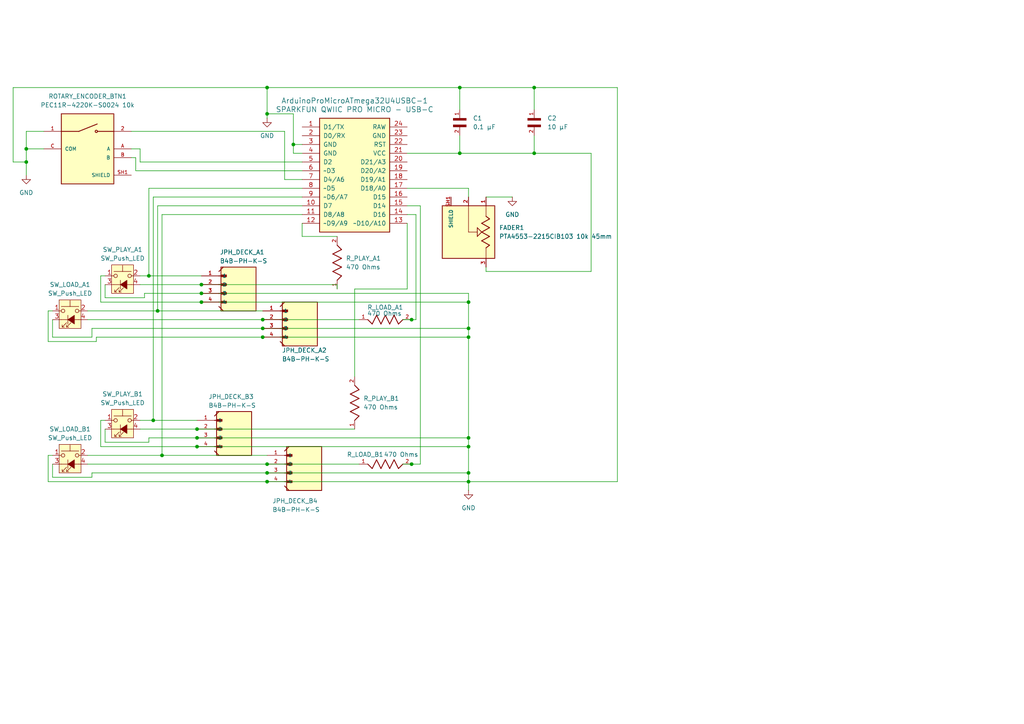
<source format=kicad_sch>
(kicad_sch (version 20250114) (generator "eeschema") (generator_version "9.0")
  (paper "A4")
  (lib_symbols
    (symbol "Arduino:Sparkfun_Pro_Micro" (pin_names (offset 1.016))
      (property "Reference" "U" (at -8.89 21.59 0))
      (property "Value" "Sparkfun_Pro_Micro" (at 0 19.05 0))
      (symbol "Sparkfun_Pro_Micro_0_1"
        (rectangle (start -10.16 17.78) (end 10.16 -15.24) (stroke (width 0.254)) (fill (type background)))
      )
      (symbol "Sparkfun_Pro_Micro_1_1"
        (pin bidirectional line (at -15.24 15.24 0) (length 5.08) (name "D1/TX") (number "1"))
        (pin bidirectional line (at -15.24 12.7 0) (length 5.08) (name "D0/RX") (number "2"))
        (pin power_in line (at -15.24 10.16 0) (length 5.08) (name "GND") (number "3"))
        (pin power_in line (at -15.24 7.62 0) (length 5.08) (name "GND") (number "4"))
        (pin bidirectional line (at -15.24 5.08 0) (length 5.08) (name "D2") (number "5"))
        (pin bidirectional line (at -15.24 2.54 0) (length 5.08) (name "~D3") (number "6"))
        (pin bidirectional line (at -15.24 0 0) (length 5.08) (name "D4/A6") (number "7"))
        (pin bidirectional line (at -15.24 -2.54 0) (length 5.08) (name "~D5") (number "8"))
        (pin bidirectional line (at -15.24 -5.08 0) (length 5.08) (name "~D6/A7") (number "9"))
        (pin bidirectional line (at -15.24 -7.62 0) (length 5.08) (name "D7") (number "10"))
        (pin bidirectional line (at -15.24 -10.16 0) (length 5.08) (name "D8/A8") (number "11"))
        (pin bidirectional line (at -15.24 -12.7 0) (length 5.08) (name "~D9/A9") (number "12"))
        (pin power_in line (at 15.24 15.24 180) (length 5.08) (name "RAW") (number "24"))
        (pin power_in line (at 15.24 12.7 180) (length 5.08) (name "GND") (number "23"))
        (pin input line (at 15.24 10.16 180) (length 5.08) (name "RST") (number "22"))
        (pin power_in line (at 15.24 7.62 180) (length 5.08) (name "VCC") (number "21"))
        (pin bidirectional line (at 15.24 5.08 180) (length 5.08) (name "D21/A3") (number "20"))
        (pin bidirectional line (at 15.24 2.54 180) (length 5.08) (name "D20/A2") (number "19"))
        (pin bidirectional line (at 15.24 0 180) (length 5.08) (name "D19/A1") (number "18"))
        (pin bidirectional line (at 15.24 -2.54 180) (length 5.08) (name "D18/A0") (number "17"))
        (pin bidirectional line (at 15.24 -5.08 180) (length 5.08) (name "D15") (number "16"))
        (pin bidirectional line (at 15.24 -7.62 180) (length 5.08) (name "D14") (number "15"))
        (pin bidirectional line (at 15.24 -10.16 180) (length 5.08) (name "D16") (number "14"))
        (pin bidirectional line (at 15.24 -12.7 180) (length 5.08) (name "~D10/A10") (number "13"))
      )
    )
    (symbol "FADETUBE_LIBRARY:B4B-PH-K-S" (pin_names (offset 1.016))
      (property "Reference" "J" (at -5.58 7.62 0))
      (property "Value" "B4B-PH-K-S" (at -5.08 -7.62 0))
      (symbol "B4B-PH-K-S_0_0"
        (polyline (pts (xy -5.08 6.35) (xy -3.81 7.62)) (stroke (width 0.254)))
        (polyline (pts (xy -5.08 5.08) (xy -3.175 5.08)) (stroke (width 0.254)))
        (polyline (pts (xy -5.08 2.54) (xy -3.175 2.54)) (stroke (width 0.254)))
        (polyline (pts (xy -5.08 0) (xy -3.175 0)) (stroke (width 0.254)))
        (polyline (pts (xy -5.08 -2.54) (xy -3.175 -2.54)) (stroke (width 0.254)))
        (polyline (pts (xy -5.08 -3.81) (xy -3.81 -5.08)) (stroke (width 0.254)))
        (rectangle (start -4.4847 -5.08) (end 5.6753 7.62) (stroke (width 0.254)) (fill (type background)))
        (rectangle (start -4.445 4.7625) (end -2.8575 5.3975) (stroke (width 0.1)) (fill (type outline)))
        (rectangle (start -4.445 2.2225) (end -2.8575 2.8575) (stroke (width 0.1)) (fill (type outline)))
        (rectangle (start -4.445 -0.3175) (end -2.8575 0.3175) (stroke (width 0.1)) (fill (type outline)))
        (rectangle (start -4.445 -2.8575) (end -2.8575 -2.2225) (stroke (width 0.1)) (fill (type outline)))
        (pin passive line (at -10.16 5.08 0) (length 5.08) (name "1") (number "1"))
        (pin passive line (at -10.16 2.54 0) (length 5.08) (name "2") (number "2"))
        (pin passive line (at -10.16 0 0) (length 5.08) (name "3") (number "3"))
        (pin passive line (at -10.16 -2.54 0) (length 5.08) (name "4") (number "4"))
      )
    )
    (symbol "FADETUBE_LIBRARY:C0603C104K4RACTU" (pin_names (offset 1.016))
      (property "Reference" "C" (at 0 3.81 0))
      (property "Value" "C0603C104K4RACTU" (at 0 -5.08 0))
      (symbol "C0603C104K4RACTU_0_0"
        (rectangle (start 0 -1.905) (end 0.635 1.905) (stroke (width 0.1)) (fill (type outline)))
        (rectangle (start 1.905 1.905) (end 2.54 -1.905) (stroke (width 0.1)) (fill (type outline)))
        (pin passive line (at -2.54 0 0) (length 2.54) (name "~") (number "2"))
        (pin passive line (at 5.08 0 180) (length 2.54) (name "~") (number "1"))
      )
    )
    (symbol "FADETUBE_LIBRARY:C0805C106K8PACTU" (pin_names (offset 1.016))
      (property "Reference" "C" (at 0 3.81 0))
      (property "Value" "C0805C106K8PACTU" (at 0 -5.08 0))
      (symbol "C0805C106K8PACTU_0_0"
        (rectangle (start 0 -1.905) (end 0.635 1.905) (stroke (width 0.1)) (fill (type outline)))
        (rectangle (start 1.905 -1.905) (end 2.54 1.905) (stroke (width 0.1)) (fill (type outline)))
        (pin passive line (at -2.54 0 0) (length 2.54) (name "~") (number "2"))
        (pin passive line (at 5.08 0 180) (length 2.54) (name "~") (number "1"))
      )
    )
    (symbol "FADETUBE_LIBRARY:PEC11R-4220K-S0024" (pin_names (offset 1.016))
      (property "Reference" "S" (at -7.62 10.922 0))
      (property "Value" "PEC11R-4220K-S0024" (at -7.62 -12.7 0))
      (symbol "PEC11R-4220K-S0024_0_0"
        (rectangle (start -7.62 -10.16) (end 7.62 10.16) (stroke (width 0.254)) (fill (type background)))
        (polyline (pts (xy -2.54 5.08) (xy -7.62 5.08)) (stroke (width 0.254)))
        (polyline (pts (xy -2.54 5.08) (xy 2.794 7.2136)) (stroke (width 0.254)))
        (circle (center 2.54 5.08) (radius 0.3302) (stroke (width 0.254)))
        (polyline (pts (xy 7.62 5.08) (xy 2.921 5.08)) (stroke (width 0.254)))
        (pin passive line (at -12.7 5.08 0) (length 5.08) (name "~") (number "1"))
        (pin passive line (at -12.7 0 0) (length 5.08) (name "COM") (number "C"))
        (pin passive line (at 12.7 5.08 180) (length 5.08) (name "~") (number "2"))
        (pin passive line (at 12.7 0 180) (length 5.08) (name "A") (number "A"))
        (pin passive line (at 12.7 -2.54 180) (length 5.08) (name "B") (number "B"))
        (pin passive line (at 12.7 -7.62 180) (length 5.08) (name "SHIELD") (number "SH1"))
        (pin passive line (at 12.7 -7.62 180) (length 5.08) (hide yes) (name "SHIELD") (number "SH2"))
      )
    )
    (symbol "FADETUBE_LIBRARY:PTA4553-2215CIB103" (pin_names (offset 1.016))
      (property "Reference" "R" (at -7.62 8.382 0))
      (property "Value" "PTA4553-2215CIB103" (at -7.62 -10.16 0))
      (symbol "PTA4553-2215CIB103_0_0"
        (polyline (pts (xy -7.62 5.08) (xy -4.572 5.08)) (stroke (width 0.1524)))
        (rectangle (start -7.62 -7.62) (end 7.62 7.62) (stroke (width 0.254)) (fill (type background)))
        (polyline (pts (xy -4.572 5.08) (xy -3.81 6.096)) (stroke (width 0.254)))
        (polyline (pts (xy -3.81 6.096) (xy -2.54 3.81)) (stroke (width 0.254)))
        (polyline (pts (xy -2.54 3.81) (xy -1.27 6.096)) (stroke (width 0.254)))
        (polyline (pts (xy -1.27 6.096) (xy 0 3.81)) (stroke (width 0.254)))
        (polyline (pts (xy -1.27 2.54) (xy 0 3.81)) (stroke (width 0.2032)))
        (polyline (pts (xy 0 3.81) (xy 1.27 6.096)) (stroke (width 0.254)))
        (polyline (pts (xy 0 3.81) (xy 1.27 2.54)) (stroke (width 0.2032)))
        (polyline (pts (xy 0 2.54) (xy -1.27 2.54)) (stroke (width 0.2032)))
        (polyline (pts (xy 0 2.54) (xy 0 0)) (stroke (width 0.1524)))
        (polyline (pts (xy 0 0) (xy -7.62 0)) (stroke (width 0.1524)))
        (polyline (pts (xy 1.27 6.096) (xy 2.54 3.81)) (stroke (width 0.254)))
        (polyline (pts (xy 1.27 2.54) (xy 0 2.54)) (stroke (width 0.2032)))
        (polyline (pts (xy 2.54 3.81) (xy 3.81 6.096)) (stroke (width 0.254)))
        (polyline (pts (xy 3.81 6.096) (xy 4.572 5.08)) (stroke (width 0.254)))
        (polyline (pts (xy 4.572 5.08) (xy 7.62 5.08)) (stroke (width 0.1524)))
        (pin passive line (at -10.16 5.08 0) (length 2.54) (name "~") (number "1"))
        (pin passive line (at -10.16 0 0) (length 2.54) (name "~") (number "2"))
        (pin passive line (at -10.16 -5.08 0) (length 2.54) (name "SHIELD") (number "SH1"))
        (pin passive line (at -10.16 -5.08 0) (length 2.54) (hide yes) (name "SHIELD") (number "SH2"))
        (pin passive line (at -10.16 -5.08 0) (length 2.54) (hide yes) (name "SHIELD") (number "SH3"))
        (pin passive line (at -10.16 -5.08 0) (length 2.54) (hide yes) (name "SHIELD") (number "SH4"))
        (pin passive line (at 10.16 5.08 180) (length 2.54) (name "~") (number "3"))
      )
    )
    (symbol "FADETUBE_LIBRARY:RC0603FR-07470RL" (pin_names (offset 1.016))
      (property "Reference" "R" (at -3.8124 2.0079 0))
      (property "Value" "RC0603FR-07470RL" (at -3.8135 -3.5593 0))
      (symbol "RC0603FR-07470RL_0_0"
        (polyline (pts (xy -5.08 0) (xy -3.81 -1.27)) (stroke (width 0.254)))
        (polyline (pts (xy -3.81 -1.27) (xy -2.54 1.27)) (stroke (width 0.254)))
        (polyline (pts (xy -2.54 1.27) (xy -1.27 -1.27)) (stroke (width 0.254)))
        (polyline (pts (xy -1.27 -1.27) (xy 0 1.27)) (stroke (width 0.254)))
        (polyline (pts (xy 0 1.27) (xy 1.27 -1.27)) (stroke (width 0.254)))
        (polyline (pts (xy 1.27 -1.27) (xy 2.54 1.27)) (stroke (width 0.254)))
        (polyline (pts (xy 2.54 1.27) (xy 3.81 -1.27)) (stroke (width 0.254)))
        (polyline (pts (xy 3.81 -1.27) (xy 5.08 0)) (stroke (width 0.254)))
        (pin passive line (at -7.62 0 0) (length 2.54) (name "~") (number "1"))
        (pin passive line (at 7.62 0 180) (length 2.54) (name "~") (number "2"))
      )
    )
    (symbol "Switch:SW_Push_LED" (pin_names (offset 1.016) (hide yes))
      (property "Reference" "SW" (at 0 7.62 0))
      (property "Value" "SW_Push_LED" (at 0 -3.81 0))
      (symbol "SW_Push_LED_0_0"
        (polyline (pts (xy -2.54 0) (xy 2.54 0)))
        (polyline (pts (xy -2.286 -1.524) (xy -2.286 -2.159) (xy -1.651 -2.159)))
        (polyline (pts (xy -2.286 -2.159) (xy -1.016 -0.889)))
        (polyline (pts (xy -1.016 -1.524) (xy -1.016 -2.159) (xy -0.381 -2.159)))
        (polyline (pts (xy -1.016 -2.159) (xy 0.254 -0.889)))
        (polyline (pts (xy -0.635 1.27) (xy -0.635 -1.27)))
        (polyline (pts (xy -0.635 0) (xy 1.27 1.27) (xy 1.27 -1.27) (xy -0.635 0)) (fill (type outline)))
      )
      (symbol "SW_Push_LED_0_1"
        (circle (center -2.032 2.54) (radius 0.508))
        (polyline (pts (xy 0 3.81) (xy 0 5.588)))
        (circle (center 2.032 2.54) (radius 0.508))
        (polyline (pts (xy 2.54 3.81) (xy -2.54 3.81)))
        (pin passive line (at -5.08 2.54 0) (length 2.54) (name "1") (number "1"))
        (pin passive line (at -5.08 0 0) (length 2.54) (name "K") (number "3"))
        (pin passive line (at 5.08 2.54 180) (length 2.54) (name "2") (number "2"))
        (pin passive line (at 5.08 0 180) (length 2.54) (name "A") (number "4"))
      )
      (symbol "SW_Push_LED_1_1"
        (rectangle (start -3.175 5.715) (end 3.175 -2.54) (fill (type background)))
      )
    )
    (symbol "power:GND" (power) (pin_numbers (hide yes)) (pin_names (offset 0) (hide yes))
      (property "Value" "GND" (at 0 -3.81 0))
      (symbol "GND_0_1"
        (polyline (pts (xy 0 0) (xy 0 -1.27) (xy 1.27 -1.27) (xy 0 -2.54) (xy -1.27 -1.27) (xy 0 -1.27)))
      )
      (symbol "GND_1_1"
        (pin power_in line (at 0 0 270) (length 0) (name "~") (number "1"))
      )
    )
  )
  (junction (at 77.47 134.62))
  (junction (at 119.38 92.71))
  (junction (at 135.89 127))
  (junction (at 135.89 129.54))
  (junction (at 135.89 137.16))
  (junction (at 7.62 43.18))
  (junction (at 44.45 121.92))
  (junction (at 57.15 124.46))
  (junction (at 135.89 95.25))
  (junction (at 133.35 44.45))
  (junction (at 76.2 92.71))
  (junction (at 43.18 80.01))
  (junction (at 77.47 33.02))
  (junction (at 135.89 97.79))
  (junction (at 77.47 139.7))
  (junction (at 135.89 87.63))
  (junction (at 135.89 139.7))
  (junction (at 46.99 132.08))
  (junction (at 77.47 137.16))
  (junction (at 119.38 134.62))
  (junction (at 45.72 90.17))
  (junction (at 76.2 97.79))
  (junction (at 133.35 25.4))
  (junction (at 58.42 85.09))
  (junction (at 154.94 25.4))
  (junction (at 77.47 25.4))
  (junction (at 57.15 129.54))
  (junction (at 85.09 41.91))
  (junction (at 58.42 87.63))
  (junction (at 154.94 44.45))
  (junction (at 57.15 127))
  (junction (at 7.62 46.99))
  (junction (at 76.2 95.25))
  (junction (at 58.42 82.55))
  (wire (pts (xy 27.94 97.79) (xy 27.94 99.06)))
  (wire (pts (xy 133.35 39.37) (xy 133.35 44.45)))
  (wire (pts (xy 26.67 137.16) (xy 77.47 137.16)))
  (wire (pts (xy 13.97 90.17) (xy 15.24 90.17)))
  (wire (pts (xy 26.67 95.25) (xy 26.67 97.79)))
  (wire (pts (xy 116.84 92.71) (xy 119.38 92.71)))
  (wire (pts (xy 41.91 85.09) (xy 41.91 86.36)))
  (wire (pts (xy 118.11 54.61) (xy 135.89 54.61)))
  (wire (pts (xy 154.94 25.4) (xy 154.94 31.75)))
  (wire (pts (xy 39.37 45.72) (xy 39.37 49.53)))
  (wire (pts (xy 58.42 85.09) (xy 135.89 85.09)))
  (wire (pts (xy 25.4 92.71) (xy 76.2 92.71)))
  (wire (pts (xy 3.81 46.99) (xy 7.62 46.99)))
  (wire (pts (xy 27.94 97.79) (xy 76.2 97.79)))
  (wire (pts (xy 133.35 25.4) (xy 154.94 25.4)))
  (wire (pts (xy 29.21 87.63) (xy 58.42 87.63)))
  (wire (pts (xy 26.67 137.16) (xy 26.67 138.43)))
  (wire (pts (xy 82.55 52.07) (xy 87.63 52.07)))
  (wire (pts (xy 135.89 129.54) (xy 135.89 137.16)))
  (wire (pts (xy 41.91 86.36) (xy 30.48 86.36)))
  (wire (pts (xy 43.18 54.61) (xy 43.18 80.01)))
  (wire (pts (xy 140.97 78.74) (xy 171.45 78.74)))
  (wire (pts (xy 7.62 43.18) (xy 7.62 46.99)))
  (wire (pts (xy 179.07 139.7) (xy 135.89 139.7)))
  (wire (pts (xy 154.94 44.45) (xy 171.45 44.45)))
  (wire (pts (xy 135.89 97.79) (xy 135.89 127)))
  (wire (pts (xy 38.1 38.1) (xy 82.55 38.1)))
  (wire (pts (xy 97.79 82.55) (xy 97.79 83.82)))
  (wire (pts (xy 29.21 129.54) (xy 57.15 129.54)))
  (wire (pts (xy 76.2 95.25) (xy 135.89 95.25)))
  (wire (pts (xy 29.21 121.92) (xy 30.48 121.92)))
  (wire (pts (xy 76.2 92.71) (xy 104.14 92.71)))
  (wire (pts (xy 43.18 127) (xy 57.15 127)))
  (wire (pts (xy 135.89 87.63) (xy 135.89 85.09)))
  (wire (pts (xy 118.11 83.82) (xy 118.11 64.77)))
  (wire (pts (xy 25.4 134.62) (xy 77.47 134.62)))
  (wire (pts (xy 154.94 39.37) (xy 154.94 44.45)))
  (wire (pts (xy 119.38 134.62) (xy 121.92 134.62)))
  (wire (pts (xy 29.21 87.63) (xy 29.21 80.01)))
  (wire (pts (xy 102.87 83.82) (xy 118.11 83.82)))
  (wire (pts (xy 26.67 95.25) (xy 76.2 95.25)))
  (wire (pts (xy 25.4 90.17) (xy 45.72 90.17)))
  (wire (pts (xy 38.1 43.18) (xy 40.64 43.18)))
  (wire (pts (xy 121.92 59.69) (xy 118.11 59.69)))
  (wire (pts (xy 40.64 121.92) (xy 44.45 121.92)))
  (wire (pts (xy 45.72 59.69) (xy 87.63 59.69)))
  (wire (pts (xy 13.97 132.08) (xy 15.24 132.08)))
  (wire (pts (xy 30.48 86.36) (xy 30.48 82.55)))
  (wire (pts (xy 140.97 77.47) (xy 140.97 78.74)))
  (wire (pts (xy 133.35 44.45) (xy 154.94 44.45)))
  (wire (pts (xy 85.09 33.02) (xy 85.09 41.91)))
  (wire (pts (xy 118.11 62.23) (xy 120.65 62.23)))
  (wire (pts (xy 40.64 80.01) (xy 43.18 80.01)))
  (wire (pts (xy 43.18 128.27) (xy 30.48 128.27)))
  (wire (pts (xy 87.63 68.58) (xy 97.79 68.58)))
  (wire (pts (xy 77.47 137.16) (xy 135.89 137.16)))
  (wire (pts (xy 13.97 139.7) (xy 13.97 132.08)))
  (wire (pts (xy 87.63 44.45) (xy 85.09 44.45)))
  (wire (pts (xy 135.89 139.7) (xy 135.89 142.24)))
  (wire (pts (xy 38.1 45.72) (xy 39.37 45.72)))
  (wire (pts (xy 57.15 129.54) (xy 135.89 129.54)))
  (wire (pts (xy 7.62 46.99) (xy 7.62 50.8)))
  (wire (pts (xy 15.24 138.43) (xy 15.24 134.62)))
  (wire (pts (xy 26.67 97.79) (xy 15.24 97.79)))
  (wire (pts (xy 77.47 25.4) (xy 133.35 25.4)))
  (wire (pts (xy 119.38 92.71) (xy 120.65 92.71)))
  (wire (pts (xy 26.67 138.43) (xy 15.24 138.43)))
  (wire (pts (xy 41.91 85.09) (xy 58.42 85.09)))
  (wire (pts (xy 133.35 25.4) (xy 133.35 31.75)))
  (wire (pts (xy 76.2 97.79) (xy 135.89 97.79)))
  (wire (pts (xy 45.72 59.69) (xy 45.72 90.17)))
  (wire (pts (xy 40.64 82.55) (xy 58.42 82.55)))
  (wire (pts (xy 77.47 25.4) (xy 3.81 25.4)))
  (wire (pts (xy 30.48 128.27) (xy 30.48 124.46)))
  (wire (pts (xy 25.4 132.08) (xy 46.99 132.08)))
  (wire (pts (xy 140.97 57.15) (xy 148.59 57.15)))
  (wire (pts (xy 57.15 124.46) (xy 102.87 124.46)))
  (wire (pts (xy 120.65 92.71) (xy 120.65 62.23)))
  (wire (pts (xy 85.09 33.02) (xy 77.47 33.02)))
  (wire (pts (xy 44.45 57.15) (xy 87.63 57.15)))
  (wire (pts (xy 29.21 129.54) (xy 29.21 121.92)))
  (wire (pts (xy 40.64 43.18) (xy 40.64 46.99)))
  (wire (pts (xy 77.47 139.7) (xy 135.89 139.7)))
  (wire (pts (xy 58.42 87.63) (xy 135.89 87.63)))
  (wire (pts (xy 40.64 124.46) (xy 57.15 124.46)))
  (wire (pts (xy 135.89 137.16) (xy 135.89 139.7)))
  (wire (pts (xy 82.55 38.1) (xy 82.55 52.07)))
  (wire (pts (xy 116.84 134.62) (xy 119.38 134.62)))
  (wire (pts (xy 102.87 83.82) (xy 102.87 109.22)))
  (wire (pts (xy 13.97 139.7) (xy 77.47 139.7)))
  (wire (pts (xy 77.47 25.4) (xy 77.47 33.02)))
  (wire (pts (xy 87.63 41.91) (xy 85.09 41.91)))
  (wire (pts (xy 77.47 33.02) (xy 77.47 34.29)))
  (wire (pts (xy 135.89 87.63) (xy 135.89 95.25)))
  (wire (pts (xy 15.24 97.79) (xy 15.24 92.71)))
  (wire (pts (xy 40.64 46.99) (xy 87.63 46.99)))
  (wire (pts (xy 171.45 78.74) (xy 171.45 44.45)))
  (wire (pts (xy 77.47 134.62) (xy 104.14 134.62)))
  (wire (pts (xy 45.72 90.17) (xy 76.2 90.17)))
  (wire (pts (xy 135.89 95.25) (xy 135.89 97.79)))
  (wire (pts (xy 46.99 62.23) (xy 87.63 62.23)))
  (wire (pts (xy 43.18 80.01) (xy 58.42 80.01)))
  (wire (pts (xy 85.09 41.91) (xy 85.09 44.45)))
  (wire (pts (xy 121.92 134.62) (xy 121.92 59.69)))
  (wire (pts (xy 7.62 43.18) (xy 12.7 43.18)))
  (wire (pts (xy 87.63 64.77) (xy 87.63 68.58)))
  (wire (pts (xy 3.81 25.4) (xy 3.81 46.99)))
  (wire (pts (xy 57.15 127) (xy 135.89 127)))
  (wire (pts (xy 7.62 38.1) (xy 7.62 43.18)))
  (wire (pts (xy 43.18 127) (xy 43.18 128.27)))
  (wire (pts (xy 12.7 38.1) (xy 7.62 38.1)))
  (wire (pts (xy 27.94 99.06) (xy 13.97 99.06)))
  (wire (pts (xy 39.37 49.53) (xy 87.63 49.53)))
  (wire (pts (xy 135.89 127) (xy 135.89 129.54)))
  (wire (pts (xy 44.45 121.92) (xy 57.15 121.92)))
  (wire (pts (xy 13.97 99.06) (xy 13.97 90.17)))
  (wire (pts (xy 179.07 25.4) (xy 179.07 139.7)))
  (wire (pts (xy 135.89 54.61) (xy 135.89 57.15)))
  (wire (pts (xy 46.99 62.23) (xy 46.99 132.08)))
  (wire (pts (xy 44.45 57.15) (xy 44.45 121.92)))
  (wire (pts (xy 29.21 80.01) (xy 30.48 80.01)))
  (wire (pts (xy 118.11 44.45) (xy 133.35 44.45)))
  (wire (pts (xy 46.99 132.08) (xy 77.47 132.08)))
  (wire (pts (xy 43.18 54.61) (xy 87.63 54.61)))
  (wire (pts (xy 58.42 82.55) (xy 97.79 82.55)))
  (wire (pts (xy 154.94 25.4) (xy 179.07 25.4)))
  (symbol (lib_id "Switch:SW_Push_LED") (at 20.32 134.62 0) (unit 1) (in_bom no) (on_board no)
    (property "Reference" "SW_LOAD_B1" (at 20.32 124.46 0))
    (property "Value" "SW_Push_LED" (at 20.32 127 0))
    (property "Description" "Push button switch with LED, generic" (effects (hide yes)))
  )
  (symbol (lib_id "power:GND") (at 148.59 57.15 0) (unit 1)
    (property "Reference" "#PWR02" (effects (hide yes)))
    (property "Value" "GND" (at 148.59 62.23 0))
    (property "Description" "Power symbol creates a global label with name \"GND\" , ground" (effects (hide yes)))
  )
  (symbol (lib_id "power:GND") (at 7.62 50.8 0) (unit 1)
    (property "Reference" "#PWR03" (effects (hide yes)))
    (property "Value" "GND" (at 7.62 55.88 0))
    (property "Description" "Power symbol creates a global label with name \"GND\" , ground" (effects (hide yes)))
  )
  (symbol (lib_id "Switch:SW_Push_LED") (at 35.56 82.55 0) (unit 1) (in_bom no) (on_board no)
    (property "Reference" "SW_PLAY_A1" (at 35.56 72.39 0))
    (property "Value" "SW_Push_LED" (at 35.56 74.93 0))
    (property "Description" "Push button switch with LED, generic" (effects (hide yes)))
  )
  (symbol (lib_id "FADETUBE_LIBRARY:PTA4553-2215CIB103") (at 135.89 67.31 270) (unit 1)
    (property "Reference" "FADER1" (at 144.78 66.0399 90) (effects (justify left)))
    (property "Value" "PTA4553-2215CIB103 10k 45mm" (at 144.78 68.5799 90) (effects (justify left)))
    (property "Footprint" "FADETUBE_LIBRARY:TRIM_PTA4553-2215CIB103" (effects (hide yes)))
    (property "Datasheet" "https://bourns.com/data/global/pdfs/PTA.pdf" (effects (hide yes)))
    (property "Description" "10 kOhms 0.25W, 1/4W Through Hole Slide Potentiometer Top Adjustment Type" (effects (hide yes)))
    (property "MF" "Bourns" (effects (hide yes)))
    (property "PACKAGE" "None" (effects (hide yes)))
    (property "PRICE" "None" (effects (hide yes)))
    (property "Package" "None" (effects (hide yes)))
    (property "Check_prices" "https://www.snapeda.com/parts/PTA4553-2215CIB103/Bourns/view-part/?ref=eda" (effects (hide yes)))
    (property "Price" "None" (effects (hide yes)))
    (property "SnapEDA_Link" "https://www.snapeda.com/parts/PTA4553-2215CIB103/Bourns/view-part/?ref=snap" (effects (hide yes)))
    (property "MP" "PTA4553-2215CIB103" (effects (hide yes)))
    (property "Description_1" "10 kOhms 0.25W, 1/4W Through Hole Slide Potentiometer Top Adjustment Type" (effects (hide yes)))
    (property "Availability" "In Stock" (effects (hide yes)))
    (property "AVAILABILITY" "In Stock" (effects (hide yes)))
    (property "PURCHASE-URL" "https://www.digikey.com/en/products/detail/bourns-inc/PTA4553-2215CIB103/3781219?utm_campaign=buynow&utm_medium=aggregator&utm_source=snapeda" (effects (hide yes)))
    (property "MANUFACTURER" "BOURNS" (effects (hide yes)))
    (property "MANUFACTURER PART NUMBER" "PTA4553-2215CIB103" (effects (hide yes)))
    (property "SUPPLIER" "DIGIKEY" (effects (hide yes)))
    (property "SUPPLIER PART NUMBER" "PTA4553-2215CIB103-ND" (effects (hide yes)))
  )
  (symbol (lib_id "Switch:SW_Push_LED") (at 35.56 124.46 0) (unit 1) (in_bom no) (on_board no)
    (property "Reference" "SW_PLAY_B1" (at 35.56 114.3 0))
    (property "Value" "SW_Push_LED" (at 35.56 116.84 0))
    (property "Description" "Push button switch with LED, generic" (effects (hide yes)))
  )
  (symbol (lib_id "FADETUBE_LIBRARY:RC0603FR-07470RL") (at 102.87 116.84 90) (unit 1)
    (property "Reference" "R_PLAY_B1" (at 105.41 115.5699 90) (effects (justify right)))
    (property "Value" "470 Ohms" (at 105.41 118.1099 90) (effects (justify right)))
    (property "Footprint" "Resistor_THT:R_Axial_DIN0207_L6.3mm_D2.5mm_P7.62mm_Horizontal" (effects (hide yes)))
    (property "Datasheet" "https://yageogroup.com/content/datasheet/asset/file/PYU-RC_GROUP_51_ROHS_L" (effects (hide yes)))
    (property "Description" "RC0603FR-07470RL" (effects (hide yes)))
    (property "MF" "Yageo" (effects (hide yes)))
    (property "Description_1" "470 Ohms ±1% 0.1W, 1/10W Chip Resistor 0603 (1608 Metric) Moisture Resistant Thick Film" (effects (hide yes)))
    (property "Package" "0603 Yageo" (effects (hide yes)))
    (property "Price" "None" (effects (hide yes)))
    (property "Check_prices" "https://www.snapeda.com/parts/RC0603FR-07470RL/Yageo/view-part/?ref=eda" (effects (hide yes)))
    (property "SnapEDA_Link" "https://www.snapeda.com/parts/RC0603FR-07470RL/Yageo/view-part/?ref=snap" (effects (hide yes)))
    (property "MP" "RC0603FR-07470RL" (effects (hide yes)))
    (property "Availability" "In Stock" (effects (hide yes)))
    (property "MANUFACTURER" "YAGEO" (effects (hide yes)))
    (property "MANUFACTURER PART NUMBER" "RC0603FR-07470RL" (effects (hide yes)))
    (property "PURCHASE-URL" "https://www.digikey.com/en/products/detail/yageo/RC0603FR-07470RL/727256?s=N4IgTCBcDaIEoGEAMA2JBmAYnAtEg7ACz5JwAyIAugL5A" (effects (hide yes)))
    (property "SUPPLIER" "DIGIKEY" (effects (hide yes)))
    (property "SUPPLIER PART NUMBER" "311-470HRTR-ND" (effects (hide yes)))
  )
  (symbol (lib_id "FADETUBE_LIBRARY:RC0603FR-07470RL") (at 111.76 92.71 0) (unit 1)
    (property "Reference" "R_LOAD_A1" (at 111.76 89.154 0))
    (property "Value" "470 Ohms" (at 111.506 90.932 0))
    (property "Footprint" "Resistor_THT:R_Axial_DIN0207_L6.3mm_D2.5mm_P7.62mm_Horizontal" (effects (hide yes)))
    (property "Datasheet" "https://yageogroup.com/content/datasheet/asset/file/PYU-RC_GROUP_51_ROHS_L" (effects (hide yes)))
    (property "Description" "RC0603FR-07470RL" (effects (hide yes)))
    (property "MF" "Yageo" (effects (hide yes)))
    (property "Description_1" "470 Ohms ±1% 0.1W, 1/10W Chip Resistor 0603 (1608 Metric) Moisture Resistant Thick Film" (effects (hide yes)))
    (property "Package" "0603 Yageo" (effects (hide yes)))
    (property "Price" "None" (effects (hide yes)))
    (property "Check_prices" "https://www.snapeda.com/parts/RC0603FR-07470RL/Yageo/view-part/?ref=eda" (effects (hide yes)))
    (property "SnapEDA_Link" "https://www.snapeda.com/parts/RC0603FR-07470RL/Yageo/view-part/?ref=snap" (effects (hide yes)))
    (property "MP" "RC0603FR-07470RL" (effects (hide yes)))
    (property "Availability" "In Stock" (effects (hide yes)))
    (property "MANUFACTURER" "YAGEO" (effects (hide yes)))
    (property "MANUFACTURER PART NUMBER" "RC0603FR-07470RL" (effects (hide yes)))
    (property "PURCHASE-URL" "https://www.digikey.com/en/products/detail/yageo/RC0603FR-07470RL/727256?s=N4IgTCBcDaIEoGEAMA2JBmAYnAtEg7ACz5JwAyIAugL5A" (effects (hide yes)))
    (property "SUPPLIER" "DIGIKEY" (effects (hide yes)))
    (property "SUPPLIER PART NUMBER" "311-470HRTR-ND" (effects (hide yes)))
  )
  (symbol (lib_id "FADETUBE_LIBRARY:C0603C104K4RACTU") (at 133.35 36.83 90) (unit 1)
    (property "Reference" "C1" (at 137.16 34.2899 90) (effects (justify right)))
    (property "Value" "0.1 µF" (at 137.16 36.8299 90) (effects (justify right)))
    (property "Footprint" "Capacitor_THT:C_Disc_D3.0mm_W1.6mm_P2.50mm" (effects (hide yes)))
    (property "Datasheet" "https://yageogroup.com/content/datasheet/asset/file/KEM_C1002_X7R_SMD" (effects (hide yes)))
    (property "Description" "0.1 µF C0603C104K4RACTU" (effects (hide yes)))
    (property "MF" "KEMET" (effects (hide yes)))
    (property "Description_1" "Capacitor, Ceramic, Cap, .100uF, Tol 10%, SMT, 16V, X7R | KEMET C0603C104K4RACTU" (effects (hide yes)))
    (property "Package" "603-2 KEMET" (effects (hide yes)))
    (property "Price" "None" (effects (hide yes)))
    (property "SnapEDA_Link" "https://www.snapeda.com/parts/C0603C104K4RACTU/Kemet/view-part/?ref=snap" (effects (hide yes)))
    (property "MP" "C0603C104K4RACTU" (effects (hide yes)))
    (property "Availability" "In Stock" (effects (hide yes)))
    (property "Check_prices" "https://www.snapeda.com/parts/C0603C104K4RACTU/Kemet/view-part/?ref=eda" (effects (hide yes)))
    (property "MANUFACTURER" "KEMET" (effects (hide yes)))
    (property "MANUFACTURER PART NUMBER" "C0603C104K4RACTU" (effects (hide yes)))
    (property "PURCHASE-URL" "https://www.digikey.com/en/products/detail/kemet/C0603C104K4RACTU/411095?utm_campaign=buynow&utm_medium=aggregator&utm_source=snapeda" (effects (hide yes)))
    (property "SUPPLIER" "DIGIKEY" (effects (hide yes)))
    (property "SUPPLIER PART NUMBER" "399-C0603C104K4RACTUTR-ND" (effects (hide yes)))
  )
  (symbol (lib_id "FADETUBE_LIBRARY:B4B-PH-K-S") (at 67.31 127 0) (unit 1)
    (property "Reference" "JPH_DECK_B3" (at 60.452 115.062 0) (effects (justify left)))
    (property "Value" "B4B-PH-K-S" (at 60.452 117.602 0) (effects (justify left)))
    (property "Footprint" "FADETUBE_LIBRARY:JST_B4B-PH-K-S" (effects (hide yes)))
    (property "MF" "JST Sales" (effects (hide yes)))
    (property "Description_1" "Connector Header Through Hole 4 position 0.079 (2.00mm)" (effects (hide yes)))
    (property "Package" "None" (effects (hide yes)))
    (property "Price" "None" (effects (hide yes)))
    (property "Check_prices" "https://www.snapeda.com/parts/B4B-PH-K-S/JST/view-part/?ref=eda" (effects (hide yes)))
    (property "SnapEDA_Link" "https://www.snapeda.com/parts/B4B-PH-K-S/JST/view-part/?ref=snap" (effects (hide yes)))
    (property "MP" "B4B-PH-K-S" (effects (hide yes)))
    (property "Purchase-URL" "https://www.snapeda.com/api/url_track_click_mouser/?unipart_id=515305&manufacturer=JST Sales&part_name=B4B-PH-K-S&search_term=b4b-ph-k-s" (effects (hide yes)))
    (property "Availability" "In Stock" (effects (hide yes)))
    (property "MANUFACTURER" "JST" (effects (hide yes)))
  )
  (symbol (lib_id "power:GND") (at 77.47 34.29 0) (unit 1)
    (property "Reference" "#PWR05" (effects (hide yes)))
    (property "Value" "GND" (at 77.47 39.37 0))
    (property "Description" "Power symbol creates a global label with name \"GND\" , ground" (effects (hide yes)))
  )
  (symbol (lib_id "FADETUBE_LIBRARY:RC0603FR-07470RL") (at 97.79 76.2 90) (unit 1)
    (property "Reference" "R_PLAY_A1" (at 100.33 74.9299 90) (effects (justify right)))
    (property "Value" "470 Ohms" (at 100.33 77.4699 90) (effects (justify right)))
    (property "Footprint" "Resistor_THT:R_Axial_DIN0207_L6.3mm_D2.5mm_P7.62mm_Horizontal" (effects (hide yes)))
    (property "Datasheet" "https://yageogroup.com/content/datasheet/asset/file/PYU-RC_GROUP_51_ROHS_L" (effects (hide yes)))
    (property "Description" "RC0603FR-07470RL" (effects (hide yes)))
    (property "MF" "Yageo" (effects (hide yes)))
    (property "Description_1" "470 Ohms ±1% 0.1W, 1/10W Chip Resistor 0603 (1608 Metric) Moisture Resistant Thick Film" (effects (hide yes)))
    (property "Package" "0603 Yageo" (effects (hide yes)))
    (property "Price" "None" (effects (hide yes)))
    (property "Check_prices" "https://www.snapeda.com/parts/RC0603FR-07470RL/Yageo/view-part/?ref=eda" (effects (hide yes)))
    (property "SnapEDA_Link" "https://www.snapeda.com/parts/RC0603FR-07470RL/Yageo/view-part/?ref=snap" (effects (hide yes)))
    (property "MP" "RC0603FR-07470RL" (effects (hide yes)))
    (property "Availability" "In Stock" (effects (hide yes)))
    (property "MANUFACTURER" "YAGEO" (effects (hide yes)))
    (property "MANUFACTURER PART NUMBER" "RC0603FR-07470RL" (effects (hide yes)))
    (property "PURCHASE-URL" "https://www.digikey.com/en/products/detail/yageo/RC0603FR-07470RL/727256?s=N4IgTCBcDaIEoGEAMA2JBmAYnAtEg7ACz5JwAyIAugL5A" (effects (hide yes)))
    (property "SUPPLIER" "DIGIKEY" (effects (hide yes)))
    (property "SUPPLIER PART NUMBER" "311-470HRTR-ND" (effects (hide yes)))
  )
  (symbol (lib_id "Switch:SW_Push_LED") (at 20.32 92.71 0) (unit 1) (in_bom no) (on_board no)
    (property "Reference" "SW_LOAD_A1" (at 20.32 82.55 0))
    (property "Value" "SW_Push_LED" (at 20.32 85.09 0))
    (property "Description" "Push button switch with LED, generic" (effects (hide yes)))
  )
  (symbol (lib_id "FADETUBE_LIBRARY:PEC11R-4220K-S0024") (at 25.4 43.18 0) (unit 1)
    (property "Reference" "ROTARY_ENCODER_BTN1" (at 25.4 27.94 0))
    (property "Value" "PEC11R-4220K-S0024 10k" (at 25.4 30.48 0))
    (property "Footprint" "FADETUBE_LIBRARY:XDCR_PEC11R-4220K-S0024" (effects (hide yes)))
    (property "Datasheet" "https://bourns.com/docs/product-datasheets/pec11r.pdf?sfvrsn=bb617cbf_14" (effects (hide yes)))
    (property "MF" "Bourns" (effects (hide yes)))
    (property "Description_1" "24 Pulse Incremental Mechanical Rotary Encoder w/ 6 mm Knurl Shaft,Through Hole | Bourns PEC11R-4220K-S0024" (effects (hide yes)))
    (property "CREATOR" "ASHISH" (effects (hide yes)))
    (property "Price" "None" (effects (hide yes)))
    (property "Package" "None" (effects (hide yes)))
    (property "Check_prices" "https://www.snapeda.com/parts/PEC11R-4220K-S0024/Bourns/view-part/?ref=eda" (effects (hide yes)))
    (property "STANDARD" "Manufacturer Recommendations" (effects (hide yes)))
    (property "PARTREV" "11/23" (effects (hide yes)))
    (property "VERIFIER" "KARTHIK" (effects (hide yes)))
    (property "SnapEDA_Link" "https://www.snapeda.com/parts/PEC11R-4220K-S0024/Bourns/view-part/?ref=snap" (effects (hide yes)))
    (property "MP" "PEC11R-4220K-S0024" (effects (hide yes)))
    (property "Availability" "In Stock" (effects (hide yes)))
    (property "MANUFACTURER" "BOURNS" (effects (hide yes)))
    (property "MANUFACTURER PART NUMBER" "PTA4553-2215CIB103" (effects (hide yes)))
    (property "PURCHASE-URL" "https://www.digikey.com/en/products/detail/bourns-inc/PTA4553-2215CIB103/3781219?utm_campaign=buynow&utm_medium=aggregator&utm_source=snapeda" (effects (hide yes)))
    (property "SUPPLIER" "DIGIKEY" (effects (hide yes)))
    (property "SUPPLIER PART NUMBER" "PTA4553-2215CIB103-ND" (effects (hide yes)))
  )
  (symbol (lib_id "FADETUBE_LIBRARY:B4B-PH-K-S") (at 68.58 85.09 0) (unit 1)
    (property "Reference" "JPH_DECK_A1" (at 63.754 73.152 0) (effects (justify left)))
    (property "Value" "B4B-PH-K-S" (at 63.754 75.692 0) (effects (justify left)))
    (property "Footprint" "FADETUBE_LIBRARY:JST_B4B-PH-K-S" (effects (hide yes)))
    (property "MF" "JST Sales" (effects (hide yes)))
    (property "Description_1" "Connector Header Through Hole 4 position 0.079 (2.00mm)" (effects (hide yes)))
    (property "Package" "None" (effects (hide yes)))
    (property "Price" "None" (effects (hide yes)))
    (property "Check_prices" "https://www.snapeda.com/parts/B4B-PH-K-S/JST/view-part/?ref=eda" (effects (hide yes)))
    (property "SnapEDA_Link" "https://www.snapeda.com/parts/B4B-PH-K-S/JST/view-part/?ref=snap" (effects (hide yes)))
    (property "MP" "B4B-PH-K-S" (effects (hide yes)))
    (property "Purchase-URL" "https://www.snapeda.com/api/url_track_click_mouser/?unipart_id=515305&manufacturer=JST Sales&part_name=B4B-PH-K-S&search_term=b4b-ph-k-s" (effects (hide yes)))
    (property "Availability" "In Stock" (effects (hide yes)))
    (property "MANUFACTURER" "JST" (effects (hide yes)))
  )
  (symbol (lib_id "power:GND") (at 135.89 142.24 0) (unit 1)
    (property "Reference" "#PWR06" (effects (hide yes)))
    (property "Value" "GND" (at 135.89 147.32 0))
    (property "Description" "Power symbol creates a global label with name \"GND\" , ground" (effects (hide yes)))
  )
  (symbol (lib_id "FADETUBE_LIBRARY:C0805C106K8PACTU") (at 154.94 36.83 90) (unit 1)
    (property "Reference" "C2" (at 158.75 34.2899 90) (effects (justify right)))
    (property "Value" "10 µF" (at 158.75 36.8299 90) (effects (justify right)))
    (property "Footprint" "Capacitor_THT:CP_Radial_D5.0mm_P2.00mm" (effects (hide yes)))
    (property "Datasheet" "https://yageogroup.com/content/datasheet/asset/file/KEM_C1006_X5R_SMD" (effects (hide yes)))
    (property "Description" "10 µF C0805C106K8PACTU" (effects (hide yes)))
    (property "MF" "KEMET" (effects (hide yes)))
    (property "Description_1" "0805 C 10uF Ceramic Multilayer Capacitor, 10 V, +85degC, X5R Dielectric, +/-10% | KEMET C0805C106K8PACTU" (effects (hide yes)))
    (property "Package" "0805 Kemet" (effects (hide yes)))
    (property "Price" "None" (effects (hide yes)))
    (property "SnapEDA_Link" "https://www.snapeda.com/parts/C0805C106K8PACTU/Kemet/view-part/?ref=snap" (effects (hide yes)))
    (property "MP" "C0805C106K8PACTU" (effects (hide yes)))
    (property "Availability" "In Stock" (effects (hide yes)))
    (property "Check_prices" "https://www.snapeda.com/parts/C0805C106K8PACTU/Kemet/view-part/?ref=eda" (effects (hide yes)))
    (property "MANUFACTURER" "KEMET" (effects (hide yes)))
    (property "MANUFACTURER PART NUMBER" "C0805C106K8PACTU" (effects (hide yes)))
    (property "PURCHASE-URL" "https://www.digikey.com/en/products/detail/kemet/C0805C106K8PACTU/1090830?utm_campaign=buynow&utm_medium=aggregator&utm_source=snapeda" (effects (hide yes)))
    (property "SUPPLIER" "DIGIKEY" (effects (hide yes)))
    (property "SUPPLIER PART NUMBER" "399-C0805C106K8PACTUDKR-ND" (effects (hide yes)))
  )
  (symbol (lib_id "FADETUBE_LIBRARY:B4B-PH-K-S") (at 87.63 137.16 0) (unit 1)
    (property "Reference" "JPH_DECK_B4" (at 78.994 145.288 0) (effects (justify left)))
    (property "Value" "B4B-PH-K-S" (at 78.994 147.828 0) (effects (justify left)))
    (property "Footprint" "FADETUBE_LIBRARY:JST_B4B-PH-K-S" (effects (hide yes)))
    (property "MF" "JST Sales" (effects (hide yes)))
    (property "Description_1" "Connector Header Through Hole 4 position 0.079 (2.00mm)" (effects (hide yes)))
    (property "Package" "None" (effects (hide yes)))
    (property "Price" "None" (effects (hide yes)))
    (property "Check_prices" "https://www.snapeda.com/parts/B4B-PH-K-S/JST/view-part/?ref=eda" (effects (hide yes)))
    (property "SnapEDA_Link" "https://www.snapeda.com/parts/B4B-PH-K-S/JST/view-part/?ref=snap" (effects (hide yes)))
    (property "MP" "B4B-PH-K-S" (effects (hide yes)))
    (property "Purchase-URL" "https://www.snapeda.com/api/url_track_click_mouser/?unipart_id=515305&manufacturer=JST Sales&part_name=B4B-PH-K-S&search_term=b4b-ph-k-s" (effects (hide yes)))
    (property "Availability" "In Stock" (effects (hide yes)))
    (property "MANUFACTURER" "JST" (effects (hide yes)))
  )
  (symbol (lib_id "FADETUBE_LIBRARY:RC0603FR-07470RL") (at 111.76 134.62 0) (unit 1)
    (property "Reference" "R_LOAD_B1" (at 105.918 131.826 0))
    (property "Value" "470 Ohms" (at 116.332 131.826 0))
    (property "Footprint" "Resistor_THT:R_Axial_DIN0207_L6.3mm_D2.5mm_P7.62mm_Horizontal" (effects (hide yes)))
    (property "Datasheet" "https://yageogroup.com/content/datasheet/asset/file/PYU-RC_GROUP_51_ROHS_L" (effects (hide yes)))
    (property "Description" "RC0603FR-07470RL" (effects (hide yes)))
    (property "MF" "Yageo" (effects (hide yes)))
    (property "Description_1" "470 Ohms ±1% 0.1W, 1/10W Chip Resistor 0603 (1608 Metric) Moisture Resistant Thick Film" (effects (hide yes)))
    (property "Package" "0603 Yageo" (effects (hide yes)))
    (property "Price" "None" (effects (hide yes)))
    (property "Check_prices" "https://www.snapeda.com/parts/RC0603FR-07470RL/Yageo/view-part/?ref=eda" (effects (hide yes)))
    (property "SnapEDA_Link" "https://www.snapeda.com/parts/RC0603FR-07470RL/Yageo/view-part/?ref=snap" (effects (hide yes)))
    (property "MP" "RC0603FR-07470RL" (effects (hide yes)))
    (property "Availability" "In Stock" (effects (hide yes)))
    (property "MANUFACTURER" "YAGEO" (effects (hide yes)))
    (property "MANUFACTURER PART NUMBER" "RC0603FR-07470RL" (effects (hide yes)))
    (property "PURCHASE-URL" "https://www.digikey.com/en/products/detail/yageo/RC0603FR-07470RL/727256?s=N4IgTCBcDaIEoGEAMA2JBmAYnAtEg7ACz5JwAyIAugL5A" (effects (hide yes)))
    (property "SUPPLIER" "DIGIKEY" (effects (hide yes)))
    (property "SUPPLIER PART NUMBER" "311-470HRTR-ND" (effects (hide yes)))
  )
  (symbol (lib_id "Arduino:Sparkfun_Pro_Micro") (at 102.87 52.07 0) (unit 1)
    (property "Reference" "ArduinoProMicroATmega32U4USBC-1" (at 102.87 29.21 0) (effects (font (size 1.524 1.524))))
    (property "Value" "SPARKFUN QWIIC PRO MICRO - USB-C" (at 102.87 31.75 0) (effects (font (size 1.524 1.524))))
    (property "Footprint" "Arduino:Sparkfun_Pro_Micro" (effects (hide yes)))
    (property "Datasheet" "https://cdn.sparkfun.com/assets/learn_tutorials/1/1/1/4/QwiicProMicroUSB-C.pdf" (effects (hide yes)))
    (property "Description" "SPARKFUN QWIIC PRO MICRO - USB-C" (effects (hide yes)))
    (property "MANUFACTURER" "SparkFun Electronics" (effects (hide yes)))
    (property "MANUFACTURER PART NUMBER" "DEV-15795" (effects (hide yes)))
    (property "PURCHASE-URL" "https://www.digikey.com.mx/es/products/detail/sparkfun-electronics/15795/11594572" (effects (hide yes)))
    (property "SUPPLIER" "DIGIKEY" (effects (hide yes)))
    (property "SUPPLIER PART NUMBER" "1568-15795-ND" (effects (hide yes)))
    (property "SnapEDA_Link" "https://www.snapeda.com/parts/15795/SparkFun%20Electronics/view-part/?ref=search&t=15795&ab_test_case=b" (effects (hide yes)))
  )
  (symbol (lib_id "FADETUBE_LIBRARY:B4B-PH-K-S") (at 86.36 95.25 0) (unit 1)
    (property "Reference" "JPH_DECK_A2" (at 81.788 101.6 0) (effects (justify left)))
    (property "Value" "B4B-PH-K-S" (at 81.788 104.14 0) (effects (justify left)))
    (property "Footprint" "FADETUBE_LIBRARY:JST_B4B-PH-K-S" (effects (hide yes)))
    (property "MF" "JST Sales" (effects (hide yes)))
    (property "Description_1" "Connector Header Through Hole 4 position 0.079 (2.00mm)" (effects (hide yes)))
    (property "Package" "None" (effects (hide yes)))
    (property "Price" "None" (effects (hide yes)))
    (property "Check_prices" "https://www.snapeda.com/parts/B4B-PH-K-S/JST/view-part/?ref=eda" (effects (hide yes)))
    (property "SnapEDA_Link" "https://www.snapeda.com/parts/B4B-PH-K-S/JST/view-part/?ref=snap" (effects (hide yes)))
    (property "MP" "B4B-PH-K-S" (effects (hide yes)))
    (property "Purchase-URL" "https://www.snapeda.com/api/url_track_click_mouser/?unipart_id=515305&manufacturer=JST Sales&part_name=B4B-PH-K-S&search_term=b4b-ph-k-s" (effects (hide yes)))
    (property "Availability" "In Stock" (effects (hide yes)))
    (property "MANUFACTURER" "JST" (effects (hide yes)))
  )
)
</source>
